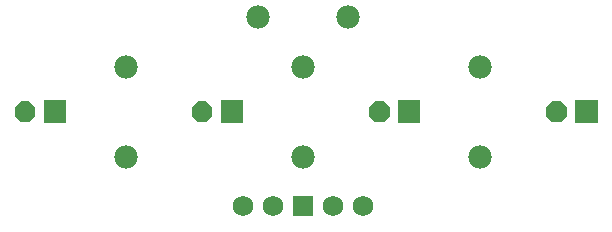
<source format=gts>
G04 Layer: TopSolderMaskLayer*
G04 EasyEDA v6.4.25, 2022-01-16T12:25:19--5:00*
G04 Gerber Generator version 0.2*
G04 Scale: 100 percent, Rotated: No, Reflected: No *
G04 Dimensions in millimeters *
G04 leading zeros omitted , absolute positions ,4 integer and 5 decimal *
%FSLAX45Y45*%
%MOMM*%

%ADD19C,1.9812*%
%ADD20C,1.7272*%

%LPD*%
G36*
X805942Y-1093978D02*
G01*
X805942Y-906018D01*
X993902Y-906018D01*
X993902Y-1093978D01*
G37*
G36*
X609600Y-1087628D02*
G01*
X558292Y-1036320D01*
X558292Y-963676D01*
X609600Y-912368D01*
X682244Y-912368D01*
X733552Y-963676D01*
X733552Y-1036320D01*
X682244Y-1087628D01*
G37*
G36*
X2306065Y-1093978D02*
G01*
X2306065Y-906018D01*
X2494025Y-906018D01*
X2494025Y-1093978D01*
G37*
G36*
X2109724Y-1087628D02*
G01*
X2058415Y-1036320D01*
X2058415Y-963676D01*
X2109724Y-912368D01*
X2182368Y-912368D01*
X2233675Y-963676D01*
X2233675Y-1036320D01*
X2182368Y-1087628D01*
G37*
G36*
X3805936Y-1093978D02*
G01*
X3805936Y-906018D01*
X3993895Y-906018D01*
X3993895Y-1093978D01*
G37*
G36*
X3609593Y-1087628D02*
G01*
X3558286Y-1036320D01*
X3558286Y-963676D01*
X3609593Y-912368D01*
X3682238Y-912368D01*
X3733545Y-963676D01*
X3733545Y-1036320D01*
X3682238Y-1087628D01*
G37*
G36*
X5306059Y-1093978D02*
G01*
X5306059Y-906018D01*
X5494020Y-906018D01*
X5494020Y-1093978D01*
G37*
G36*
X5109718Y-1087628D02*
G01*
X5058409Y-1036320D01*
X5058409Y-963676D01*
X5109718Y-912368D01*
X5182361Y-912368D01*
X5233670Y-963676D01*
X5233670Y-1036320D01*
X5182361Y-1087628D01*
G37*
D19*
G01*
X1499999Y-1381000D03*
G01*
X1499999Y-619000D03*
G01*
X2618999Y-199999D03*
G01*
X3380999Y-199999D03*
G01*
X2999999Y-1381000D03*
G01*
X2999999Y-619000D03*
G01*
X4500001Y-1381000D03*
G01*
X4500001Y-619000D03*
D20*
G01*
X2745999Y-1799998D03*
G36*
X2913634Y-1886457D02*
G01*
X2913634Y-1713737D01*
X3086354Y-1713737D01*
X3086354Y-1886457D01*
G37*
G01*
X3253999Y-1799998D03*
G01*
X3507999Y-1799998D03*
G01*
X2491999Y-1799998D03*
M02*

</source>
